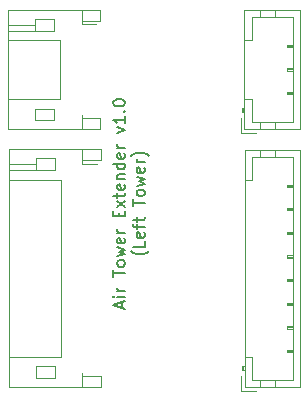
<source format=gbr>
%TF.GenerationSoftware,KiCad,Pcbnew,(5.1.9)-1*%
%TF.CreationDate,2021-03-05T23:35:53-06:00*%
%TF.ProjectId,OpeNITHM-Tower-Extenders__Left-Tower,4f70654e-4954-4484-9d2d-546f7765722d,rev?*%
%TF.SameCoordinates,Original*%
%TF.FileFunction,Legend,Top*%
%TF.FilePolarity,Positive*%
%FSLAX46Y46*%
G04 Gerber Fmt 4.6, Leading zero omitted, Abs format (unit mm)*
G04 Created by KiCad (PCBNEW (5.1.9)-1) date 2021-03-05 23:35:53*
%MOMM*%
%LPD*%
G01*
G04 APERTURE LIST*
%ADD10C,0.150000*%
%ADD11C,0.120000*%
G04 APERTURE END LIST*
D10*
X69981666Y-70439523D02*
X69981666Y-69963333D01*
X70267380Y-70534761D02*
X69267380Y-70201428D01*
X70267380Y-69868095D01*
X70267380Y-69534761D02*
X69600714Y-69534761D01*
X69267380Y-69534761D02*
X69315000Y-69582380D01*
X69362619Y-69534761D01*
X69315000Y-69487142D01*
X69267380Y-69534761D01*
X69362619Y-69534761D01*
X70267380Y-69058571D02*
X69600714Y-69058571D01*
X69791190Y-69058571D02*
X69695952Y-69010952D01*
X69648333Y-68963333D01*
X69600714Y-68868095D01*
X69600714Y-68772857D01*
X69267380Y-67820476D02*
X69267380Y-67249047D01*
X70267380Y-67534761D02*
X69267380Y-67534761D01*
X70267380Y-66772857D02*
X70219761Y-66868095D01*
X70172142Y-66915714D01*
X70076904Y-66963333D01*
X69791190Y-66963333D01*
X69695952Y-66915714D01*
X69648333Y-66868095D01*
X69600714Y-66772857D01*
X69600714Y-66630000D01*
X69648333Y-66534761D01*
X69695952Y-66487142D01*
X69791190Y-66439523D01*
X70076904Y-66439523D01*
X70172142Y-66487142D01*
X70219761Y-66534761D01*
X70267380Y-66630000D01*
X70267380Y-66772857D01*
X69600714Y-66106190D02*
X70267380Y-65915714D01*
X69791190Y-65725238D01*
X70267380Y-65534761D01*
X69600714Y-65344285D01*
X70219761Y-64582380D02*
X70267380Y-64677619D01*
X70267380Y-64868095D01*
X70219761Y-64963333D01*
X70124523Y-65010952D01*
X69743571Y-65010952D01*
X69648333Y-64963333D01*
X69600714Y-64868095D01*
X69600714Y-64677619D01*
X69648333Y-64582380D01*
X69743571Y-64534761D01*
X69838809Y-64534761D01*
X69934047Y-65010952D01*
X70267380Y-64106190D02*
X69600714Y-64106190D01*
X69791190Y-64106190D02*
X69695952Y-64058571D01*
X69648333Y-64010952D01*
X69600714Y-63915714D01*
X69600714Y-63820476D01*
X69743571Y-62725238D02*
X69743571Y-62391904D01*
X70267380Y-62249047D02*
X70267380Y-62725238D01*
X69267380Y-62725238D01*
X69267380Y-62249047D01*
X70267380Y-61915714D02*
X69600714Y-61391904D01*
X69600714Y-61915714D02*
X70267380Y-61391904D01*
X69600714Y-61153809D02*
X69600714Y-60772857D01*
X69267380Y-61010952D02*
X70124523Y-61010952D01*
X70219761Y-60963333D01*
X70267380Y-60868095D01*
X70267380Y-60772857D01*
X70219761Y-60058571D02*
X70267380Y-60153809D01*
X70267380Y-60344285D01*
X70219761Y-60439523D01*
X70124523Y-60487142D01*
X69743571Y-60487142D01*
X69648333Y-60439523D01*
X69600714Y-60344285D01*
X69600714Y-60153809D01*
X69648333Y-60058571D01*
X69743571Y-60010952D01*
X69838809Y-60010952D01*
X69934047Y-60487142D01*
X69600714Y-59582380D02*
X70267380Y-59582380D01*
X69695952Y-59582380D02*
X69648333Y-59534761D01*
X69600714Y-59439523D01*
X69600714Y-59296666D01*
X69648333Y-59201428D01*
X69743571Y-59153809D01*
X70267380Y-59153809D01*
X70267380Y-58249047D02*
X69267380Y-58249047D01*
X70219761Y-58249047D02*
X70267380Y-58344285D01*
X70267380Y-58534761D01*
X70219761Y-58630000D01*
X70172142Y-58677619D01*
X70076904Y-58725238D01*
X69791190Y-58725238D01*
X69695952Y-58677619D01*
X69648333Y-58630000D01*
X69600714Y-58534761D01*
X69600714Y-58344285D01*
X69648333Y-58249047D01*
X70219761Y-57391904D02*
X70267380Y-57487142D01*
X70267380Y-57677619D01*
X70219761Y-57772857D01*
X70124523Y-57820476D01*
X69743571Y-57820476D01*
X69648333Y-57772857D01*
X69600714Y-57677619D01*
X69600714Y-57487142D01*
X69648333Y-57391904D01*
X69743571Y-57344285D01*
X69838809Y-57344285D01*
X69934047Y-57820476D01*
X70267380Y-56915714D02*
X69600714Y-56915714D01*
X69791190Y-56915714D02*
X69695952Y-56868095D01*
X69648333Y-56820476D01*
X69600714Y-56725238D01*
X69600714Y-56630000D01*
X69600714Y-55630000D02*
X70267380Y-55391904D01*
X69600714Y-55153809D01*
X70267380Y-54249047D02*
X70267380Y-54820476D01*
X70267380Y-54534761D02*
X69267380Y-54534761D01*
X69410238Y-54630000D01*
X69505476Y-54725238D01*
X69553095Y-54820476D01*
X70172142Y-53820476D02*
X70219761Y-53772857D01*
X70267380Y-53820476D01*
X70219761Y-53868095D01*
X70172142Y-53820476D01*
X70267380Y-53820476D01*
X69267380Y-53153809D02*
X69267380Y-53058571D01*
X69315000Y-52963333D01*
X69362619Y-52915714D01*
X69457857Y-52868095D01*
X69648333Y-52820476D01*
X69886428Y-52820476D01*
X70076904Y-52868095D01*
X70172142Y-52915714D01*
X70219761Y-52963333D01*
X70267380Y-53058571D01*
X70267380Y-53153809D01*
X70219761Y-53249047D01*
X70172142Y-53296666D01*
X70076904Y-53344285D01*
X69886428Y-53391904D01*
X69648333Y-53391904D01*
X69457857Y-53344285D01*
X69362619Y-53296666D01*
X69315000Y-53249047D01*
X69267380Y-53153809D01*
X72298333Y-65653809D02*
X72250714Y-65701428D01*
X72107857Y-65796666D01*
X72012619Y-65844285D01*
X71869761Y-65891904D01*
X71631666Y-65939523D01*
X71441190Y-65939523D01*
X71203095Y-65891904D01*
X71060238Y-65844285D01*
X70965000Y-65796666D01*
X70822142Y-65701428D01*
X70774523Y-65653809D01*
X71917380Y-64796666D02*
X71917380Y-65272857D01*
X70917380Y-65272857D01*
X71869761Y-64082380D02*
X71917380Y-64177619D01*
X71917380Y-64368095D01*
X71869761Y-64463333D01*
X71774523Y-64510952D01*
X71393571Y-64510952D01*
X71298333Y-64463333D01*
X71250714Y-64368095D01*
X71250714Y-64177619D01*
X71298333Y-64082380D01*
X71393571Y-64034761D01*
X71488809Y-64034761D01*
X71584047Y-64510952D01*
X71250714Y-63749047D02*
X71250714Y-63368095D01*
X71917380Y-63606190D02*
X71060238Y-63606190D01*
X70965000Y-63558571D01*
X70917380Y-63463333D01*
X70917380Y-63368095D01*
X71250714Y-63177619D02*
X71250714Y-62796666D01*
X70917380Y-63034761D02*
X71774523Y-63034761D01*
X71869761Y-62987142D01*
X71917380Y-62891904D01*
X71917380Y-62796666D01*
X70917380Y-61844285D02*
X70917380Y-61272857D01*
X71917380Y-61558571D02*
X70917380Y-61558571D01*
X71917380Y-60796666D02*
X71869761Y-60891904D01*
X71822142Y-60939523D01*
X71726904Y-60987142D01*
X71441190Y-60987142D01*
X71345952Y-60939523D01*
X71298333Y-60891904D01*
X71250714Y-60796666D01*
X71250714Y-60653809D01*
X71298333Y-60558571D01*
X71345952Y-60510952D01*
X71441190Y-60463333D01*
X71726904Y-60463333D01*
X71822142Y-60510952D01*
X71869761Y-60558571D01*
X71917380Y-60653809D01*
X71917380Y-60796666D01*
X71250714Y-60130000D02*
X71917380Y-59939523D01*
X71441190Y-59749047D01*
X71917380Y-59558571D01*
X71250714Y-59368095D01*
X71869761Y-58606190D02*
X71917380Y-58701428D01*
X71917380Y-58891904D01*
X71869761Y-58987142D01*
X71774523Y-59034761D01*
X71393571Y-59034761D01*
X71298333Y-58987142D01*
X71250714Y-58891904D01*
X71250714Y-58701428D01*
X71298333Y-58606190D01*
X71393571Y-58558571D01*
X71488809Y-58558571D01*
X71584047Y-59034761D01*
X71917380Y-58130000D02*
X71250714Y-58130000D01*
X71441190Y-58130000D02*
X71345952Y-58082380D01*
X71298333Y-58034761D01*
X71250714Y-57939523D01*
X71250714Y-57844285D01*
X72298333Y-57606190D02*
X72250714Y-57558571D01*
X72107857Y-57463333D01*
X72012619Y-57415714D01*
X71869761Y-57368095D01*
X71631666Y-57320476D01*
X71441190Y-57320476D01*
X71203095Y-57368095D01*
X71060238Y-57415714D01*
X70965000Y-57463333D01*
X70822142Y-57558571D01*
X70774523Y-57606190D01*
D11*
%TO.C,J4*%
X80090000Y-77480000D02*
X81340000Y-77480000D01*
X80090000Y-76230000D02*
X80090000Y-77480000D01*
X84500000Y-60120000D02*
X84000000Y-60120000D01*
X84000000Y-60020000D02*
X84500000Y-60020000D01*
X84000000Y-60220000D02*
X84000000Y-60020000D01*
X84500000Y-60220000D02*
X84000000Y-60220000D01*
X84500000Y-62120000D02*
X84000000Y-62120000D01*
X84000000Y-62020000D02*
X84500000Y-62020000D01*
X84000000Y-62220000D02*
X84000000Y-62020000D01*
X84500000Y-62220000D02*
X84000000Y-62220000D01*
X84500000Y-64120000D02*
X84000000Y-64120000D01*
X84000000Y-64020000D02*
X84500000Y-64020000D01*
X84000000Y-64220000D02*
X84000000Y-64020000D01*
X84500000Y-64220000D02*
X84000000Y-64220000D01*
X84500000Y-66120000D02*
X84000000Y-66120000D01*
X84000000Y-66020000D02*
X84500000Y-66020000D01*
X84000000Y-66220000D02*
X84000000Y-66020000D01*
X84500000Y-66220000D02*
X84000000Y-66220000D01*
X84500000Y-68120000D02*
X84000000Y-68120000D01*
X84000000Y-68020000D02*
X84500000Y-68020000D01*
X84000000Y-68220000D02*
X84000000Y-68020000D01*
X84500000Y-68220000D02*
X84000000Y-68220000D01*
X84500000Y-70120000D02*
X84000000Y-70120000D01*
X84000000Y-70020000D02*
X84500000Y-70020000D01*
X84000000Y-70220000D02*
X84000000Y-70020000D01*
X84500000Y-70220000D02*
X84000000Y-70220000D01*
X84500000Y-72120000D02*
X84000000Y-72120000D01*
X84000000Y-72020000D02*
X84500000Y-72020000D01*
X84000000Y-72220000D02*
X84000000Y-72020000D01*
X84500000Y-72220000D02*
X84000000Y-72220000D01*
X84500000Y-74120000D02*
X84000000Y-74120000D01*
X84000000Y-74020000D02*
X84500000Y-74020000D01*
X84000000Y-74220000D02*
X84000000Y-74020000D01*
X84500000Y-74220000D02*
X84000000Y-74220000D01*
X83000000Y-57060000D02*
X83000000Y-57670000D01*
X81700000Y-57060000D02*
X81700000Y-57670000D01*
X83000000Y-77180000D02*
X83000000Y-76570000D01*
X81700000Y-77180000D02*
X81700000Y-76570000D01*
X81000000Y-59620000D02*
X80390000Y-59620000D01*
X81000000Y-57670000D02*
X81000000Y-59620000D01*
X84500000Y-57670000D02*
X81000000Y-57670000D01*
X84500000Y-76570000D02*
X84500000Y-57670000D01*
X81000000Y-76570000D02*
X84500000Y-76570000D01*
X81000000Y-74620000D02*
X81000000Y-76570000D01*
X80390000Y-74620000D02*
X81000000Y-74620000D01*
X80290000Y-75420000D02*
X80290000Y-75720000D01*
X80190000Y-75720000D02*
X80390000Y-75720000D01*
X80190000Y-75420000D02*
X80190000Y-75720000D01*
X80390000Y-75420000D02*
X80190000Y-75420000D01*
X80390000Y-57060000D02*
X80390000Y-77180000D01*
X85110000Y-57060000D02*
X80390000Y-57060000D01*
X85110000Y-77180000D02*
X85110000Y-57060000D01*
X80390000Y-77180000D02*
X85110000Y-77180000D01*
%TO.C,J2*%
X80080000Y-55640000D02*
X81330000Y-55640000D01*
X80080000Y-54390000D02*
X80080000Y-55640000D01*
X84490000Y-48280000D02*
X83990000Y-48280000D01*
X83990000Y-48180000D02*
X84490000Y-48180000D01*
X83990000Y-48380000D02*
X83990000Y-48180000D01*
X84490000Y-48380000D02*
X83990000Y-48380000D01*
X84490000Y-50280000D02*
X83990000Y-50280000D01*
X83990000Y-50180000D02*
X84490000Y-50180000D01*
X83990000Y-50380000D02*
X83990000Y-50180000D01*
X84490000Y-50380000D02*
X83990000Y-50380000D01*
X84490000Y-52280000D02*
X83990000Y-52280000D01*
X83990000Y-52180000D02*
X84490000Y-52180000D01*
X83990000Y-52380000D02*
X83990000Y-52180000D01*
X84490000Y-52380000D02*
X83990000Y-52380000D01*
X82990000Y-45220000D02*
X82990000Y-45830000D01*
X81690000Y-45220000D02*
X81690000Y-45830000D01*
X82990000Y-55340000D02*
X82990000Y-54730000D01*
X81690000Y-55340000D02*
X81690000Y-54730000D01*
X80990000Y-47780000D02*
X80380000Y-47780000D01*
X80990000Y-45830000D02*
X80990000Y-47780000D01*
X84490000Y-45830000D02*
X80990000Y-45830000D01*
X84490000Y-54730000D02*
X84490000Y-45830000D01*
X80990000Y-54730000D02*
X84490000Y-54730000D01*
X80990000Y-52780000D02*
X80990000Y-54730000D01*
X80380000Y-52780000D02*
X80990000Y-52780000D01*
X80280000Y-53580000D02*
X80280000Y-53880000D01*
X80180000Y-53880000D02*
X80380000Y-53880000D01*
X80180000Y-53580000D02*
X80180000Y-53880000D01*
X80380000Y-53580000D02*
X80180000Y-53580000D01*
X80380000Y-45220000D02*
X80380000Y-55340000D01*
X85100000Y-45220000D02*
X80380000Y-45220000D01*
X85100000Y-55340000D02*
X85100000Y-45220000D01*
X80380000Y-55340000D02*
X85100000Y-55340000D01*
%TO.C,J3*%
X66662000Y-58253000D02*
X66662000Y-57973000D01*
X66662000Y-57973000D02*
X68262000Y-57973000D01*
X68262000Y-57973000D02*
X68262000Y-57053000D01*
X68262000Y-57053000D02*
X60442000Y-57053000D01*
X60442000Y-57053000D02*
X60442000Y-77173000D01*
X60442000Y-77173000D02*
X68262000Y-77173000D01*
X68262000Y-77173000D02*
X68262000Y-76253000D01*
X68262000Y-76253000D02*
X66662000Y-76253000D01*
X66662000Y-76253000D02*
X66662000Y-75973000D01*
X60442000Y-59613000D02*
X64802000Y-59613000D01*
X64802000Y-59613000D02*
X64802000Y-74613000D01*
X64802000Y-74613000D02*
X60442000Y-74613000D01*
X66662000Y-57053000D02*
X66662000Y-57973000D01*
X66662000Y-77173000D02*
X66662000Y-76253000D01*
X64302000Y-57813000D02*
X62702000Y-57813000D01*
X62702000Y-57813000D02*
X62702000Y-58813000D01*
X62702000Y-58813000D02*
X64302000Y-58813000D01*
X64302000Y-58813000D02*
X64302000Y-57813000D01*
X64302000Y-76413000D02*
X62702000Y-76413000D01*
X62702000Y-76413000D02*
X62702000Y-75413000D01*
X62702000Y-75413000D02*
X64302000Y-75413000D01*
X64302000Y-75413000D02*
X64302000Y-76413000D01*
X62702000Y-58813000D02*
X60442000Y-58813000D01*
X62702000Y-58313000D02*
X60442000Y-58313000D01*
X66662000Y-58253000D02*
X67877000Y-58253000D01*
%TO.C,J1*%
X66582000Y-46426000D02*
X66582000Y-46146000D01*
X66582000Y-46146000D02*
X68182000Y-46146000D01*
X68182000Y-46146000D02*
X68182000Y-45226000D01*
X68182000Y-45226000D02*
X60362000Y-45226000D01*
X60362000Y-45226000D02*
X60362000Y-55346000D01*
X60362000Y-55346000D02*
X68182000Y-55346000D01*
X68182000Y-55346000D02*
X68182000Y-54426000D01*
X68182000Y-54426000D02*
X66582000Y-54426000D01*
X66582000Y-54426000D02*
X66582000Y-54146000D01*
X60362000Y-47786000D02*
X64722000Y-47786000D01*
X64722000Y-47786000D02*
X64722000Y-52786000D01*
X64722000Y-52786000D02*
X60362000Y-52786000D01*
X66582000Y-45226000D02*
X66582000Y-46146000D01*
X66582000Y-55346000D02*
X66582000Y-54426000D01*
X64222000Y-45986000D02*
X62622000Y-45986000D01*
X62622000Y-45986000D02*
X62622000Y-46986000D01*
X62622000Y-46986000D02*
X64222000Y-46986000D01*
X64222000Y-46986000D02*
X64222000Y-45986000D01*
X64222000Y-54586000D02*
X62622000Y-54586000D01*
X62622000Y-54586000D02*
X62622000Y-53586000D01*
X62622000Y-53586000D02*
X64222000Y-53586000D01*
X64222000Y-53586000D02*
X64222000Y-54586000D01*
X62622000Y-46986000D02*
X60362000Y-46986000D01*
X62622000Y-46486000D02*
X60362000Y-46486000D01*
X66582000Y-46426000D02*
X67797000Y-46426000D01*
%TD*%
M02*

</source>
